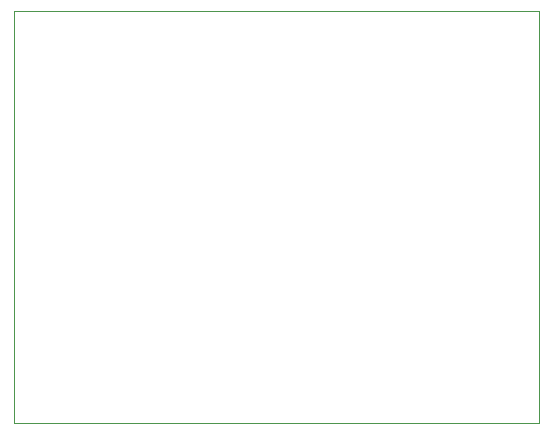
<source format=gm1>
G04 #@! TF.GenerationSoftware,KiCad,Pcbnew,6.0.8-1.fc36*
G04 #@! TF.CreationDate,2022-10-16T22:18:10-05:00*
G04 #@! TF.ProjectId,Pomodoro,506f6d6f-646f-4726-9f2e-6b696361645f,rev?*
G04 #@! TF.SameCoordinates,Original*
G04 #@! TF.FileFunction,Profile,NP*
%FSLAX46Y46*%
G04 Gerber Fmt 4.6, Leading zero omitted, Abs format (unit mm)*
G04 Created by KiCad (PCBNEW 6.0.8-1.fc36) date 2022-10-16 22:18:10*
%MOMM*%
%LPD*%
G01*
G04 APERTURE LIST*
G04 #@! TA.AperFunction,Profile*
%ADD10C,0.100000*%
G04 #@! TD*
G04 APERTURE END LIST*
D10*
X114300000Y-133985000D02*
X69850000Y-133985000D01*
X69850000Y-133985000D02*
X69850000Y-99060000D01*
X69850000Y-99060000D02*
X114300000Y-99060000D01*
X114300000Y-99060000D02*
X114300000Y-133985000D01*
M02*

</source>
